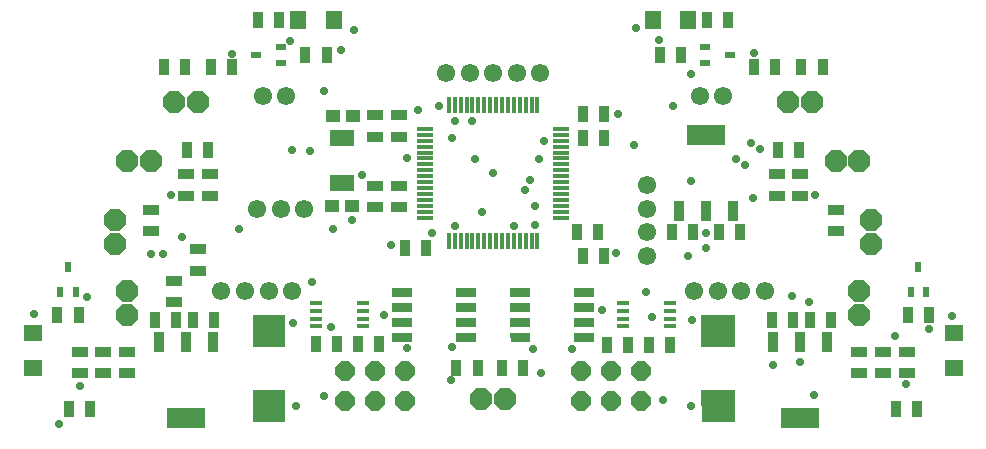
<source format=gbr>
G04 EAGLE Gerber X2 export*
G04 #@! %TF.Part,Single*
G04 #@! %TF.FileFunction,Soldermask,Top,1*
G04 #@! %TF.FilePolarity,Negative*
G04 #@! %TF.GenerationSoftware,Autodesk,EAGLE,8.6.0*
G04 #@! %TF.CreationDate,2018-03-08T00:53:42Z*
G75*
%MOMM*%
%FSLAX34Y34*%
%LPD*%
%AMOC8*
5,1,8,0,0,1.08239X$1,22.5*%
G01*
%ADD10R,0.927000X1.327000*%
%ADD11R,2.827000X2.677000*%
%ADD12R,2.677000X2.827000*%
%ADD13P,1.787026X8X202.600000*%
%ADD14C,1.549400*%
%ADD15P,1.787026X8X22.500000*%
%ADD16R,1.077000X0.427000*%
%ADD17R,1.677000X0.727000*%
%ADD18R,0.965200X1.727200*%
%ADD19R,3.225800X1.727200*%
%ADD20R,1.327000X0.927000*%
%ADD21P,1.951982X8X202.500000*%
%ADD22R,0.427000X1.327000*%
%ADD23R,1.327000X0.427000*%
%ADD24R,1.227000X1.127000*%
%ADD25R,2.127000X1.427000*%
%ADD26R,0.939800X0.533400*%
%ADD27R,0.533400X0.939800*%
%ADD28P,1.951982X8X112.500000*%
%ADD29P,1.951982X8X292.500000*%
%ADD30R,1.327000X1.527000*%
%ADD31R,1.527000X1.327000*%
%ADD32C,0.731000*%


D10*
X518900Y165400D03*
X536900Y165400D03*
D11*
X360300Y133200D03*
X360300Y196600D03*
D10*
X575300Y165400D03*
X557300Y165400D03*
D12*
G36*
X726444Y119691D02*
X726397Y146460D01*
X754666Y146509D01*
X754713Y119740D01*
X726444Y119691D01*
G37*
G36*
X726334Y183091D02*
X726287Y209860D01*
X754556Y209909D01*
X754603Y183140D01*
X726334Y183091D01*
G37*
D13*
X475380Y162782D03*
X475425Y137382D03*
X449980Y162738D03*
X450025Y137338D03*
X424580Y162694D03*
X424625Y137294D03*
D14*
X320000Y230000D03*
X340000Y230000D03*
X360000Y230000D03*
X380000Y230000D03*
D15*
X624635Y137302D03*
X624635Y162702D03*
X650035Y137302D03*
X650035Y162702D03*
X675435Y137302D03*
X675435Y162702D03*
D14*
X720000Y230000D03*
X740000Y230000D03*
X760000Y230000D03*
X780000Y230000D03*
D10*
X453400Y185500D03*
X435400Y185500D03*
X418200Y185400D03*
X400200Y185400D03*
X646300Y184700D03*
X664300Y184700D03*
X682000Y184900D03*
X700000Y184900D03*
D16*
X400250Y206750D03*
X400250Y200250D03*
X400250Y213250D03*
X400250Y219750D03*
X439750Y219750D03*
X439750Y213250D03*
X439750Y206750D03*
X439750Y200250D03*
D17*
G36*
X535367Y199954D02*
X518598Y199983D01*
X518611Y207252D01*
X535380Y207223D01*
X535367Y199954D01*
G37*
G36*
X535345Y187254D02*
X518576Y187283D01*
X518589Y194552D01*
X535358Y194523D01*
X535345Y187254D01*
G37*
G36*
X535389Y212654D02*
X518620Y212683D01*
X518633Y219952D01*
X535402Y219923D01*
X535389Y212654D01*
G37*
G36*
X535411Y225354D02*
X518642Y225383D01*
X518655Y232652D01*
X535424Y232623D01*
X535411Y225354D01*
G37*
G36*
X481411Y225448D02*
X464642Y225477D01*
X464655Y232746D01*
X481424Y232717D01*
X481411Y225448D01*
G37*
G36*
X481389Y212748D02*
X464620Y212777D01*
X464633Y220046D01*
X481402Y220017D01*
X481389Y212748D01*
G37*
G36*
X481367Y200048D02*
X464598Y200077D01*
X464611Y207346D01*
X481380Y207317D01*
X481367Y200048D01*
G37*
G36*
X481345Y187348D02*
X464576Y187377D01*
X464589Y194646D01*
X481358Y194617D01*
X481345Y187348D01*
G37*
D16*
X699750Y213250D03*
X699750Y219750D03*
X699750Y206750D03*
X699750Y200250D03*
X660250Y200250D03*
X660250Y206750D03*
X660250Y213250D03*
X660250Y219750D03*
D17*
G36*
X564564Y219800D02*
X581332Y219887D01*
X581370Y212618D01*
X564602Y212531D01*
X564564Y219800D01*
G37*
G36*
X564498Y232499D02*
X581266Y232586D01*
X581304Y225317D01*
X564536Y225230D01*
X564498Y232499D01*
G37*
G36*
X564631Y207100D02*
X581399Y207187D01*
X581437Y199918D01*
X564669Y199831D01*
X564631Y207100D01*
G37*
G36*
X564697Y194400D02*
X581465Y194487D01*
X581503Y187218D01*
X564735Y187131D01*
X564697Y194400D01*
G37*
G36*
X618696Y194683D02*
X635464Y194770D01*
X635502Y187501D01*
X618734Y187414D01*
X618696Y194683D01*
G37*
G36*
X618630Y207382D02*
X635398Y207469D01*
X635436Y200200D01*
X618668Y200113D01*
X618630Y207382D01*
G37*
G36*
X618563Y220082D02*
X635331Y220169D01*
X635369Y212900D01*
X618601Y212813D01*
X618563Y220082D01*
G37*
G36*
X618497Y232782D02*
X635265Y232869D01*
X635303Y225600D01*
X618535Y225513D01*
X618497Y232782D01*
G37*
D10*
X314000Y206000D03*
X296000Y206000D03*
D18*
X313100Y187004D03*
X290100Y187004D03*
X267100Y187004D03*
D19*
X290100Y122996D03*
D10*
X263800Y206000D03*
X281800Y206000D03*
D20*
X280000Y221100D03*
X280000Y239100D03*
X300000Y265500D03*
X300000Y247500D03*
D21*
X560100Y139200D03*
X540100Y139200D03*
D10*
X701100Y280000D03*
X719100Y280000D03*
X759000Y280000D03*
X741000Y280000D03*
D18*
X707000Y297996D03*
X730000Y297996D03*
X753000Y297996D03*
D19*
X730000Y362004D03*
D22*
X552500Y387500D03*
X547500Y387500D03*
X542500Y387500D03*
X557500Y387500D03*
X562500Y387500D03*
X567500Y387500D03*
X572500Y387500D03*
X577500Y387500D03*
X587500Y387500D03*
X582500Y387500D03*
X537500Y387500D03*
X532500Y387500D03*
X527500Y387500D03*
X522500Y387500D03*
X517500Y387500D03*
X512500Y387500D03*
D23*
X492500Y332500D03*
X492500Y337500D03*
X492500Y342500D03*
X492500Y347500D03*
X492500Y352500D03*
X492500Y357500D03*
X492500Y362500D03*
X492500Y367500D03*
X492500Y327500D03*
X492500Y322500D03*
X492500Y317500D03*
X492500Y312500D03*
X492500Y307500D03*
X492500Y302500D03*
X492500Y297500D03*
X492500Y292500D03*
D22*
X552500Y272500D03*
X547500Y272500D03*
X542500Y272500D03*
X557500Y272500D03*
X562500Y272500D03*
X567500Y272500D03*
X572500Y272500D03*
X577500Y272500D03*
X587500Y272500D03*
X582500Y272500D03*
X537500Y272500D03*
X532500Y272500D03*
X527500Y272500D03*
X522500Y272500D03*
X517500Y272500D03*
X512500Y272500D03*
D23*
X607500Y332500D03*
X607500Y337500D03*
X607500Y342500D03*
X607500Y347500D03*
X607500Y352500D03*
X607500Y357500D03*
X607500Y362500D03*
X607500Y367500D03*
X607500Y327500D03*
X607500Y322500D03*
X607500Y317500D03*
X607500Y312500D03*
X607500Y307500D03*
X607500Y302500D03*
X607500Y297500D03*
X607500Y292500D03*
D20*
X450000Y379000D03*
X450000Y361000D03*
X470000Y379000D03*
X470000Y361000D03*
X470100Y319000D03*
X470100Y301000D03*
X450000Y319000D03*
X450000Y301000D03*
D10*
X475000Y266600D03*
X493000Y266600D03*
X639000Y280000D03*
X621000Y280000D03*
X644000Y260000D03*
X626000Y260000D03*
X626000Y380000D03*
X644000Y380000D03*
X626000Y360000D03*
X644000Y360000D03*
D24*
X414300Y378400D03*
X431300Y378400D03*
X413700Y302000D03*
X430700Y302000D03*
D25*
X422400Y321500D03*
X422400Y359500D03*
D14*
X510000Y415000D03*
X530000Y415000D03*
X550000Y415000D03*
X570000Y415000D03*
X590000Y415000D03*
D10*
X835900Y205600D03*
X817900Y205600D03*
D18*
X833000Y187004D03*
X810000Y187004D03*
X787000Y187004D03*
D19*
X810000Y122996D03*
D10*
X786000Y205600D03*
X804000Y205600D03*
D14*
X680000Y260000D03*
X680000Y280000D03*
X680000Y300000D03*
X680000Y320000D03*
X390000Y300000D03*
X370000Y300000D03*
X350000Y300000D03*
D20*
X290000Y311000D03*
X290000Y329000D03*
X310000Y329000D03*
X310000Y311000D03*
D10*
X309000Y350000D03*
X291000Y350000D03*
X329000Y420000D03*
X311000Y420000D03*
D26*
X349500Y430000D03*
X370500Y423500D03*
X370500Y436500D03*
D10*
X409000Y430000D03*
X391000Y430000D03*
X289000Y420000D03*
X271000Y420000D03*
D21*
X260000Y340000D03*
X240000Y340000D03*
X300000Y390000D03*
X280000Y390000D03*
D20*
X790000Y311000D03*
X790000Y329000D03*
X810000Y329000D03*
X810000Y311000D03*
D10*
X791000Y350000D03*
X809000Y350000D03*
X771000Y420000D03*
X789000Y420000D03*
D26*
X750500Y430000D03*
X729500Y436500D03*
X729500Y423500D03*
D10*
X691000Y430000D03*
X709000Y430000D03*
X811000Y420000D03*
X829000Y420000D03*
D21*
X860000Y340000D03*
X840000Y340000D03*
X820000Y390000D03*
X800000Y390000D03*
D20*
X240000Y161000D03*
X240000Y179000D03*
X220000Y179000D03*
X220000Y161000D03*
X260000Y281000D03*
X260000Y299000D03*
X200000Y161000D03*
X200000Y179000D03*
D27*
X190000Y250500D03*
X183500Y229500D03*
X196500Y229500D03*
D10*
X199000Y210000D03*
X181000Y210000D03*
D28*
X230000Y270000D03*
X230000Y290000D03*
X240000Y210000D03*
X240000Y230000D03*
D20*
X860000Y160900D03*
X860000Y178900D03*
X880000Y179000D03*
X880000Y161000D03*
X840000Y281000D03*
X840000Y299000D03*
X900000Y161000D03*
X900000Y179000D03*
D27*
X910000Y250500D03*
X903500Y229500D03*
X916500Y229500D03*
D10*
X919000Y210000D03*
X901000Y210000D03*
D29*
X870000Y290000D03*
X870000Y270000D03*
X860000Y230000D03*
X860000Y210000D03*
D10*
X369000Y460000D03*
X351000Y460000D03*
D30*
X385000Y460000D03*
X415000Y460000D03*
D10*
X731000Y460000D03*
X749000Y460000D03*
D30*
X715000Y460000D03*
X685000Y460000D03*
D10*
X909000Y130000D03*
X891000Y130000D03*
D31*
X940000Y165000D03*
X940000Y195000D03*
D10*
X191000Y130000D03*
X209000Y130000D03*
D31*
X160000Y165000D03*
X160000Y195000D03*
D14*
X355000Y395000D03*
X375000Y395000D03*
X725000Y395000D03*
X745000Y395000D03*
D32*
X730100Y279300D03*
X817800Y220900D03*
X654200Y262200D03*
X517500Y285100D03*
X430500Y290600D03*
X463300Y268900D03*
X567600Y285100D03*
X821800Y142400D03*
X809900Y169800D03*
X486300Y383200D03*
X532500Y374200D03*
X517500Y373800D03*
X655700Y380000D03*
X786900Y167300D03*
X803200Y226300D03*
X729900Y266300D03*
X476900Y182400D03*
X514800Y182700D03*
X583500Y181100D03*
X617000Y181400D03*
X718400Y205400D03*
X380800Y203400D03*
X396300Y238300D03*
X679800Y229200D03*
X498200Y279300D03*
X585600Y302600D03*
X550100Y330300D03*
X383300Y133200D03*
X412600Y199900D03*
X457700Y210100D03*
X514400Y154500D03*
X642300Y214400D03*
X717300Y133000D03*
X684400Y208300D03*
X590900Y160600D03*
X406900Y141400D03*
X693800Y137900D03*
X504100Y386500D03*
X477000Y342500D03*
X438900Y328500D03*
X593300Y357500D03*
X414300Y282900D03*
X334700Y282900D03*
X260000Y262000D03*
X540600Y297500D03*
X588700Y342400D03*
X406500Y399600D03*
X514900Y359500D03*
X534600Y342300D03*
X379500Y349500D03*
X394900Y349100D03*
X889900Y192200D03*
X714700Y260100D03*
X585800Y286000D03*
X286900Y275900D03*
X270200Y261200D03*
X329000Y431100D03*
X378300Y441800D03*
X421600Y434700D03*
X276900Y311300D03*
X822100Y311300D03*
X770700Y431400D03*
X690500Y442900D03*
X717600Y414200D03*
X199800Y149800D03*
X206000Y225300D03*
X899900Y151900D03*
X919100Y197800D03*
X160900Y210900D03*
X938400Y209200D03*
X670600Y453300D03*
X431800Y451100D03*
X182600Y117400D03*
X755500Y342300D03*
X768300Y355800D03*
X581600Y323900D03*
X763300Y337000D03*
X775700Y350400D03*
X576600Y315500D03*
X669300Y354000D03*
X702600Y387300D03*
X717400Y323400D03*
X770000Y309200D03*
M02*

</source>
